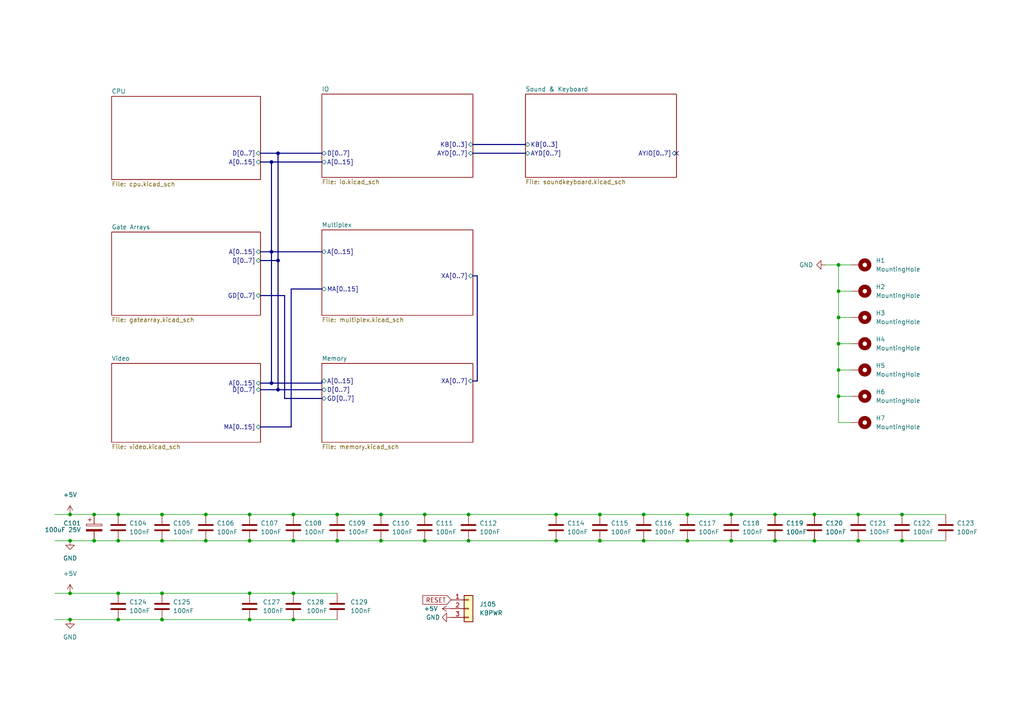
<source format=kicad_sch>
(kicad_sch (version 20211123) (generator eeschema)
  (paper "A4")
  (lib_symbols
    (symbol "Connector_Generic:Conn_01x03" (pin_names (offset 1.016) hide)
      (property "Reference" "J" (at 0 5.08 0))
      (property "Value" "Conn_01x03" (at 0 -5.08 0))
      (symbol "Conn_01x03_1_1"
        (rectangle (start -1.27 -2.413) (end 0 -2.667) (stroke (width 0.1524)))
        (rectangle (start -1.27 0.127) (end 0 -0.127) (stroke (width 0.1524)))
        (rectangle (start -1.27 2.667) (end 0 2.413) (stroke (width 0.1524)))
        (rectangle (start -1.27 3.81) (end 1.27 -3.81) (stroke (width 0.254)) (fill (type background)))
        (pin passive line (at -5.08 2.54 0) (length 3.81) (name "Pin_1") (number "1"))
        (pin passive line (at -5.08 0 0) (length 3.81) (name "Pin_2") (number "2"))
        (pin passive line (at -5.08 -2.54 0) (length 3.81) (name "Pin_3") (number "3"))
      )
    )
    (symbol "Device:C" (pin_numbers hide) (pin_names (offset 0.254))
      (property "Reference" "C" (at 0.635 2.54 0))
      (property "Value" "C" (at 0.635 -2.54 0))
      (symbol "C_0_1"
        (polyline (pts (xy -2.032 -0.762) (xy 2.032 -0.762)) (stroke (width 0.508)))
        (polyline (pts (xy -2.032 0.762) (xy 2.032 0.762)) (stroke (width 0.508)))
      )
      (symbol "C_1_1"
        (pin passive line (at 0 3.81 270) (length 2.794) (name "~") (number "1"))
        (pin passive line (at 0 -3.81 90) (length 2.794) (name "~") (number "2"))
      )
    )
    (symbol "Device:C_Polarized" (pin_numbers hide) (pin_names (offset 0.254))
      (property "Reference" "C" (at 0.635 2.54 0))
      (property "Value" "C_Polarized" (at 0.635 -2.54 0))
      (symbol "C_Polarized_0_1"
        (rectangle (start -2.286 0.508) (end 2.286 1.016))
        (polyline (pts (xy -1.778 2.286) (xy -0.762 2.286)))
        (polyline (pts (xy -1.27 2.794) (xy -1.27 1.778)))
        (rectangle (start 2.286 -0.508) (end -2.286 -1.016) (fill (type outline)))
      )
      (symbol "C_Polarized_1_1"
        (pin passive line (at 0 3.81 270) (length 2.794) (name "~") (number "1"))
        (pin passive line (at 0 -3.81 90) (length 2.794) (name "~") (number "2"))
      )
    )
    (symbol "Mechanical:MountingHole_Pad" (pin_numbers hide) (pin_names (offset 1.016) hide)
      (property "Reference" "H" (at 0 6.35 0))
      (property "Value" "MountingHole_Pad" (at 0 4.445 0))
      (symbol "MountingHole_Pad_0_1"
        (circle (center 0 1.27) (radius 1.27) (stroke (width 1.27)))
      )
      (symbol "MountingHole_Pad_1_1"
        (pin input line (at 0 -2.54 90) (length 2.54) (name "1") (number "1"))
      )
    )
    (symbol "power:+5V" (power) (pin_names (offset 0))
      (property "Value" "+5V" (at 0 3.556 0))
      (symbol "+5V_0_1"
        (polyline (pts (xy -0.762 1.27) (xy 0 2.54)))
        (polyline (pts (xy 0 0) (xy 0 2.54)))
        (polyline (pts (xy 0 2.54) (xy 0.762 1.27)))
      )
      (symbol "+5V_1_1"
        (pin power_in line (at 0 0 90) (length 0) hide (name "+5V") (number "1"))
      )
    )
    (symbol "power:GND" (power) (pin_names (offset 0))
      (property "Value" "GND" (at 0 -3.81 0))
      (symbol "GND_0_1"
        (polyline (pts (xy 0 0) (xy 0 -1.27) (xy 1.27 -1.27) (xy 0 -2.54) (xy -1.27 -1.27) (xy 0 -1.27)))
      )
      (symbol "GND_1_1"
        (pin power_in line (at 0 0 270) (length 0) hide (name "GND") (number "1"))
      )
    )
  )
  (junction (at 243.205 114.935))
  (junction (at 236.22 149.225))
  (junction (at 135.89 149.225))
  (junction (at 212.09 156.845))
  (junction (at 34.29 149.225))
  (junction (at 72.39 156.845))
  (junction (at 236.22 156.845))
  (junction (at 186.69 156.845))
  (junction (at 224.79 156.845))
  (junction (at 20.32 156.845))
  (junction (at 27.305 156.845))
  (junction (at 199.39 156.845))
  (junction (at 46.99 179.705))
  (junction (at 85.09 149.225))
  (junction (at 20.32 179.705))
  (junction (at 123.19 156.845))
  (junction (at 173.99 156.845))
  (junction (at 243.205 107.315))
  (junction (at 224.79 149.225))
  (junction (at 34.29 179.705))
  (junction (at 261.62 156.845))
  (junction (at 110.49 149.225))
  (junction (at 135.89 156.845))
  (junction (at 80.645 113.03))
  (junction (at 85.09 156.845))
  (junction (at 46.99 172.085))
  (junction (at 72.39 149.225))
  (junction (at 243.205 76.835))
  (junction (at 85.09 179.705))
  (junction (at 248.92 149.225))
  (junction (at 243.205 99.695))
  (junction (at 161.29 149.225))
  (junction (at 34.29 156.845))
  (junction (at 80.645 75.565))
  (junction (at 161.29 156.845))
  (junction (at 212.09 149.225))
  (junction (at 72.39 172.085))
  (junction (at 27.305 149.225))
  (junction (at 34.29 172.085))
  (junction (at 59.69 149.225))
  (junction (at 46.99 156.845))
  (junction (at 243.205 84.455))
  (junction (at 72.39 179.705))
  (junction (at 110.49 156.845))
  (junction (at 20.32 172.085))
  (junction (at 59.69 156.845))
  (junction (at 97.79 149.225))
  (junction (at 261.62 149.225))
  (junction (at 173.99 149.225))
  (junction (at 20.32 149.225))
  (junction (at 199.39 149.225))
  (junction (at 186.69 149.225))
  (junction (at 46.99 149.225))
  (junction (at 123.19 149.225))
  (junction (at 78.74 111.125))
  (junction (at 78.74 46.99))
  (junction (at 97.79 156.845))
  (junction (at 85.09 172.085))
  (junction (at 80.645 44.45))
  (junction (at 243.205 92.075))
  (junction (at 78.74 73.025))
  (junction (at 248.92 156.845))
  (no_connect (at 196.215 44.45))
  (bus (pts (xy 80.645 113.03) (xy 93.345 113.03)))
  (wire (pts (xy 123.19 156.845) (xy 135.89 156.845)))
  (bus (pts (xy 137.16 41.91) (xy 152.4 41.91)))
  (bus (pts (xy 75.565 73.025) (xy 78.74 73.025)))
  (wire (pts (xy 34.29 156.845) (xy 46.99 156.845)))
  (wire (pts (xy 72.39 156.845) (xy 85.09 156.845)))
  (bus (pts (xy 137.16 80.01) (xy 138.43 80.01)))
  (bus (pts (xy 78.74 73.025) (xy 93.345 73.025)))
  (wire (pts (xy 239.395 76.835) (xy 243.205 76.835)))
  (wire (pts (xy 243.205 92.075) (xy 247.015 92.075)))
  (bus (pts (xy 75.565 75.565) (xy 80.645 75.565)))
  (wire (pts (xy 34.29 149.225) (xy 46.99 149.225)))
  (wire (pts (xy 243.205 92.075) (xy 243.205 99.695)))
  (bus (pts (xy 78.74 111.125) (xy 93.345 111.125)))
  (wire (pts (xy 135.89 156.845) (xy 161.29 156.845)))
  (bus (pts (xy 75.565 123.825) (xy 84.455 123.825)))
  (wire (pts (xy 186.69 156.845) (xy 199.39 156.845)))
  (bus (pts (xy 138.43 110.49) (xy 137.16 110.49)))
  (wire (pts (xy 243.205 107.315) (xy 243.205 114.935)))
  (bus (pts (xy 84.455 83.82) (xy 84.455 123.825)))
  (wire (pts (xy 15.875 179.705) (xy 20.32 179.705)))
  (bus (pts (xy 93.345 115.57) (xy 82.55 115.57)))
  (wire (pts (xy 243.205 76.835) (xy 247.015 76.835)))
  (wire (pts (xy 243.205 99.695) (xy 243.205 107.315)))
  (wire (pts (xy 15.875 172.085) (xy 20.32 172.085)))
  (wire (pts (xy 85.09 156.845) (xy 97.79 156.845)))
  (wire (pts (xy 110.49 149.225) (xy 123.19 149.225)))
  (wire (pts (xy 20.32 149.225) (xy 27.305 149.225)))
  (wire (pts (xy 236.22 156.845) (xy 248.92 156.845)))
  (wire (pts (xy 46.99 179.705) (xy 72.39 179.705)))
  (wire (pts (xy 34.29 179.705) (xy 46.99 179.705)))
  (wire (pts (xy 15.875 156.845) (xy 20.32 156.845)))
  (wire (pts (xy 135.89 149.225) (xy 161.29 149.225)))
  (bus (pts (xy 78.74 46.99) (xy 78.74 73.025)))
  (wire (pts (xy 20.32 156.845) (xy 27.305 156.845)))
  (wire (pts (xy 161.29 149.225) (xy 173.99 149.225)))
  (bus (pts (xy 138.43 80.01) (xy 138.43 110.49)))
  (wire (pts (xy 261.62 149.225) (xy 274.32 149.225)))
  (wire (pts (xy 236.22 149.225) (xy 248.92 149.225)))
  (bus (pts (xy 80.645 75.565) (xy 80.645 113.03)))
  (wire (pts (xy 27.305 156.845) (xy 34.29 156.845)))
  (wire (pts (xy 46.99 149.225) (xy 59.69 149.225)))
  (wire (pts (xy 85.09 149.225) (xy 97.79 149.225)))
  (wire (pts (xy 243.205 114.935) (xy 247.015 114.935)))
  (bus (pts (xy 75.565 113.03) (xy 80.645 113.03)))
  (wire (pts (xy 261.62 156.845) (xy 274.32 156.845)))
  (wire (pts (xy 199.39 149.225) (xy 212.09 149.225)))
  (wire (pts (xy 97.79 149.225) (xy 110.49 149.225)))
  (bus (pts (xy 82.55 115.57) (xy 82.55 85.725)))
  (wire (pts (xy 186.69 149.225) (xy 199.39 149.225)))
  (wire (pts (xy 173.99 156.845) (xy 186.69 156.845)))
  (bus (pts (xy 78.74 111.125) (xy 75.565 111.125)))
  (wire (pts (xy 173.99 149.225) (xy 186.69 149.225)))
  (wire (pts (xy 248.92 149.225) (xy 261.62 149.225)))
  (bus (pts (xy 80.645 75.565) (xy 80.645 44.45)))
  (wire (pts (xy 27.305 149.225) (xy 34.29 149.225)))
  (wire (pts (xy 212.09 149.225) (xy 224.79 149.225)))
  (wire (pts (xy 85.09 172.085) (xy 97.79 172.085)))
  (bus (pts (xy 93.345 111.125) (xy 93.345 110.49)))
  (wire (pts (xy 123.19 149.225) (xy 135.89 149.225)))
  (bus (pts (xy 93.345 83.82) (xy 84.455 83.82)))
  (wire (pts (xy 46.99 172.085) (xy 72.39 172.085)))
  (wire (pts (xy 20.32 179.705) (xy 34.29 179.705)))
  (wire (pts (xy 243.205 84.455) (xy 247.015 84.455)))
  (bus (pts (xy 80.645 44.45) (xy 93.345 44.45)))
  (wire (pts (xy 72.39 179.705) (xy 85.09 179.705)))
  (bus (pts (xy 78.74 73.025) (xy 78.74 111.125)))
  (wire (pts (xy 248.92 156.845) (xy 261.62 156.845)))
  (wire (pts (xy 199.39 156.845) (xy 212.09 156.845)))
  (wire (pts (xy 72.39 149.225) (xy 85.09 149.225)))
  (wire (pts (xy 212.09 156.845) (xy 224.79 156.845)))
  (bus (pts (xy 137.16 44.45) (xy 152.4 44.45)))
  (wire (pts (xy 110.49 156.845) (xy 123.19 156.845)))
  (wire (pts (xy 161.29 156.845) (xy 173.99 156.845)))
  (wire (pts (xy 243.205 122.555) (xy 247.015 122.555)))
  (wire (pts (xy 97.79 156.845) (xy 110.49 156.845)))
  (wire (pts (xy 85.09 179.705) (xy 97.79 179.705)))
  (wire (pts (xy 243.205 107.315) (xy 247.015 107.315)))
  (wire (pts (xy 224.79 156.845) (xy 236.22 156.845)))
  (wire (pts (xy 20.32 172.085) (xy 34.29 172.085)))
  (wire (pts (xy 243.205 114.935) (xy 243.205 122.555)))
  (bus (pts (xy 75.565 85.725) (xy 82.55 85.725)))
  (wire (pts (xy 15.875 149.225) (xy 20.32 149.225)))
  (wire (pts (xy 243.205 76.835) (xy 243.205 84.455)))
  (bus (pts (xy 75.565 44.45) (xy 80.645 44.45)))
  (wire (pts (xy 34.29 172.085) (xy 46.99 172.085)))
  (bus (pts (xy 75.565 46.99) (xy 78.74 46.99)))
  (bus (pts (xy 78.74 46.99) (xy 93.345 46.99)))
  (wire (pts (xy 72.39 172.085) (xy 85.09 172.085)))
  (wire (pts (xy 59.69 149.225) (xy 72.39 149.225)))
  (wire (pts (xy 243.205 84.455) (xy 243.205 92.075)))
  (wire (pts (xy 46.99 156.845) (xy 59.69 156.845)))
  (wire (pts (xy 59.69 156.845) (xy 72.39 156.845)))
  (wire (pts (xy 224.79 149.225) (xy 236.22 149.225)))
  (wire (pts (xy 243.205 99.695) (xy 247.015 99.695)))
  (global_label "RESET" (shape input) (at 130.81 173.99 180) (property "Intersheet References" "${INTERSHEET_REFS}" (effects hide)))
  (symbol (lib_id "power:GND") (at 239.395 76.835 270) (unit 1)
    (property "Reference" "#PWR0140" (effects hide))
    (property "Value" "GND" (at 231.775 76.835 90) (effects (justify left)))
  )
  (symbol (lib_id "Device:C") (at 173.99 153.035 0) (unit 1)
    (property "Reference" "C115" (at 177.165 151.7649 0) (effects (justify left)))
    (property "Value" "100nF" (at 177.165 154.3049 0) (effects (justify left)))
    (property "Footprint" "Capacitor_SMD:C_0805_2012Metric" (effects hide))
    (property "LCSC" "C49678" (effects hide))
  )
  (symbol (lib_id "power:+5V") (at 20.32 149.225 0) (unit 1)
    (property "Reference" "#PWR0119" (effects hide))
    (property "Value" "+5V" (at 20.32 143.51 0))
  )
  (symbol (lib_id "Device:C") (at 46.99 175.895 0) (unit 1)
    (property "Reference" "C125" (at 50.165 174.6249 0) (effects (justify left)))
    (property "Value" "100nF" (at 50.165 177.1649 0) (effects (justify left)))
    (property "Footprint" "Capacitor_SMD:C_0805_2012Metric" (effects hide))
    (property "LCSC" "C49678" (effects hide))
  )
  (symbol (lib_id "Device:C") (at 110.49 153.035 0) (unit 1)
    (property "Reference" "C110" (at 113.665 151.7649 0) (effects (justify left)))
    (property "Value" "100nF" (at 113.665 154.3049 0) (effects (justify left)))
    (property "Footprint" "Capacitor_SMD:C_0805_2012Metric" (effects hide))
    (property "LCSC" "C49678" (effects hide))
  )
  (symbol (lib_id "Mechanical:MountingHole_Pad") (at 249.555 122.555 270) (unit 1)
    (property "Reference" "H7" (at 254 121.2849 90) (effects (justify left)))
    (property "Value" "MountingHole" (at 254 123.8249 90) (effects (justify left)))
    (property "Footprint" "MountingHole:MountingHole_2.7mm_M2.5_ISO14580_Pad" (effects hide))
  )
  (symbol (lib_id "power:GND") (at 130.81 179.07 270) (mirror x) (unit 1)
    (property "Reference" "#PWR0124" (effects hide))
    (property "Value" "GND" (at 127.635 179.0699 90) (effects (justify right)))
  )
  (symbol (lib_id "Device:C") (at 236.22 153.035 0) (unit 1)
    (property "Reference" "C120" (at 239.395 151.7649 0) (effects (justify left)))
    (property "Value" "100nF" (at 239.395 154.3049 0) (effects (justify left)))
    (property "Footprint" "Capacitor_SMD:C_0805_2012Metric" (effects hide))
    (property "LCSC" "C49678" (effects hide))
  )
  (symbol (lib_id "Device:C") (at 161.29 153.035 0) (unit 1)
    (property "Reference" "C114" (at 164.465 151.7649 0) (effects (justify left)))
    (property "Value" "100nF" (at 164.465 154.3049 0) (effects (justify left)))
    (property "Footprint" "Capacitor_SMD:C_0805_2012Metric" (effects hide))
    (property "LCSC" "C49678" (effects hide))
  )
  (symbol (lib_id "Device:C") (at 72.39 175.895 0) (unit 1)
    (property "Reference" "C127" (at 76.2 174.6249 0) (effects (justify left)))
    (property "Value" "100nF" (at 76.2 177.1649 0) (effects (justify left)))
    (property "Footprint" "Capacitor_SMD:C_0805_2012Metric" (effects hide))
    (property "LCSC" "C49678" (effects hide))
  )
  (symbol (lib_id "power:+5V") (at 20.32 172.085 0) (unit 1)
    (property "Reference" "#PWR0117" (effects hide))
    (property "Value" "+5V" (at 20.32 166.37 0))
  )
  (symbol (lib_id "Device:C") (at 212.09 153.035 0) (unit 1)
    (property "Reference" "C118" (at 215.265 151.7649 0) (effects (justify left)))
    (property "Value" "100nF" (at 215.265 154.3049 0) (effects (justify left)))
    (property "Footprint" "Capacitor_SMD:C_0805_2012Metric" (effects hide))
    (property "LCSC" "C49678" (effects hide))
  )
  (symbol (lib_id "Mechanical:MountingHole_Pad") (at 249.555 92.075 270) (unit 1)
    (property "Reference" "H3" (at 254 90.8049 90) (effects (justify left)))
    (property "Value" "MountingHole" (at 254 93.3449 90) (effects (justify left)))
    (property "Footprint" "MountingHole:MountingHole_2.7mm_M2.5_ISO14580_Pad" (effects hide))
  )
  (symbol (lib_id "Mechanical:MountingHole_Pad") (at 249.555 84.455 270) (unit 1)
    (property "Reference" "H2" (at 254 83.1849 90) (effects (justify left)))
    (property "Value" "MountingHole" (at 254 85.7249 90) (effects (justify left)))
    (property "Footprint" "MountingHole:MountingHole_2.7mm_M2.5_ISO14580_Pad" (effects hide))
  )
  (symbol (lib_id "Device:C") (at 224.79 153.035 0) (unit 1)
    (property "Reference" "C119" (at 227.965 151.7649 0) (effects (justify left)))
    (property "Value" "100nF" (at 227.965 154.3049 0) (effects (justify left)))
    (property "Footprint" "Capacitor_SMD:C_0805_2012Metric" (effects hide))
    (property "LCSC" "C49678" (effects hide))
  )
  (symbol (lib_id "Device:C") (at 97.79 153.035 0) (unit 1)
    (property "Reference" "C109" (at 100.965 151.7649 0) (effects (justify left)))
    (property "Value" "100nF" (at 100.965 154.3049 0) (effects (justify left)))
    (property "Footprint" "Capacitor_SMD:C_0805_2012Metric" (effects hide))
    (property "LCSC" "C49678" (effects hide))
  )
  (symbol (lib_id "Connector_Generic:Conn_01x03") (at 135.89 176.53 0) (unit 1)
    (property "Reference" "J105" (at 139.065 175.2599 0) (effects (justify left)))
    (property "Value" "KBPWR" (at 139.065 177.7999 0) (effects (justify left)))
    (property "Footprint" "Connector_PinHeader_2.54mm:PinHeader_1x03_P2.54mm_Vertical" (effects hide))
  )
  (symbol (lib_id "power:GND") (at 20.32 156.845 0) (unit 1)
    (property "Reference" "#PWR0116" (effects hide))
    (property "Value" "GND" (at 20.32 161.925 0))
  )
  (symbol (lib_id "Device:C_Polarized") (at 27.305 153.035 0) (unit 1)
    (property "Reference" "C101" (at 23.495 151.765 0) (effects (justify right)))
    (property "Value" "100uF 25V" (at 23.495 153.67 0) (effects (justify right)))
    (property "Footprint" "Capacitor_THT:CP_Radial_D5.0mm_P2.50mm" (effects hide))
  )
  (symbol (lib_id "Mechanical:MountingHole_Pad") (at 249.555 76.835 270) (unit 1)
    (property "Reference" "H1" (at 254 75.5649 90) (effects (justify left)))
    (property "Value" "MountingHole" (at 254 78.1049 90) (effects (justify left)))
    (property "Footprint" "MountingHole:MountingHole_2.7mm_M2.5_ISO14580_Pad" (effects hide))
  )
  (symbol (lib_id "Device:C") (at 199.39 153.035 0) (unit 1)
    (property "Reference" "C117" (at 202.565 151.7649 0) (effects (justify left)))
    (property "Value" "100nF" (at 202.565 154.3049 0) (effects (justify left)))
    (property "Footprint" "Capacitor_SMD:C_0805_2012Metric" (effects hide))
    (property "LCSC" "C49678" (effects hide))
  )
  (symbol (lib_id "Device:C") (at 123.19 153.035 0) (unit 1)
    (property "Reference" "C111" (at 126.365 151.7649 0) (effects (justify left)))
    (property "Value" "100nF" (at 126.365 154.3049 0) (effects (justify left)))
    (property "Footprint" "Capacitor_SMD:C_0805_2012Metric" (effects hide))
    (property "LCSC" "C49678" (effects hide))
  )
  (symbol (lib_id "Device:C") (at 135.89 153.035 0) (unit 1)
    (property "Reference" "C112" (at 139.065 151.7649 0) (effects (justify left)))
    (property "Value" "100nF" (at 139.065 154.3049 0) (effects (justify left)))
    (property "Footprint" "Capacitor_SMD:C_0805_2012Metric" (effects hide))
    (property "LCSC" "C49678" (effects hide))
  )
  (symbol (lib_id "Mechanical:MountingHole_Pad") (at 249.555 107.315 270) (unit 1)
    (property "Reference" "H5" (at 254 106.0449 90) (effects (justify left)))
    (property "Value" "MountingHole" (at 254 108.5849 90) (effects (justify left)))
    (property "Footprint" "MountingHole:MountingHole_2.7mm_M2.5_ISO14580_Pad" (effects hide))
  )
  (symbol (lib_id "Mechanical:MountingHole_Pad") (at 249.555 99.695 270) (unit 1)
    (property "Reference" "H4" (at 254 98.4249 90) (effects (justify left)))
    (property "Value" "MountingHole" (at 254 100.9649 90) (effects (justify left)))
    (property "Footprint" "MountingHole:MountingHole_2.7mm_M2.5_ISO14580_Pad" (effects hide))
  )
  (symbol (lib_id "Device:C") (at 248.92 153.035 0) (unit 1)
    (property "Reference" "C121" (at 252.095 151.7649 0) (effects (justify left)))
    (property "Value" "100nF" (at 252.095 154.3049 0) (effects (justify left)))
    (property "Footprint" "Capacitor_SMD:C_0805_2012Metric" (effects hide))
    (property "LCSC" "C49678" (effects hide))
  )
  (symbol (lib_id "Device:C") (at 186.69 153.035 0) (unit 1)
    (property "Reference" "C116" (at 189.865 151.7649 0) (effects (justify left)))
    (property "Value" "100nF" (at 189.865 154.3049 0) (effects (justify left)))
    (property "Footprint" "Capacitor_SMD:C_0805_2012Metric" (effects hide))
    (property "LCSC" "C49678" (effects hide))
  )
  (symbol (lib_id "Device:C") (at 34.29 153.035 0) (unit 1)
    (property "Reference" "C104" (at 37.465 151.7649 0) (effects (justify left)))
    (property "Value" "100nF" (at 37.465 154.3049 0) (effects (justify left)))
    (property "Footprint" "Capacitor_SMD:C_0805_2012Metric" (effects hide))
    (property "LCSC" "C49678" (effects hide))
  )
  (symbol (lib_id "Device:C") (at 261.62 153.035 0) (unit 1)
    (property "Reference" "C122" (at 264.795 151.7649 0) (effects (justify left)))
    (property "Value" "100nF" (at 264.795 154.3049 0) (effects (justify left)))
    (property "Footprint" "Capacitor_SMD:C_0805_2012Metric" (effects hide))
    (property "LCSC" "C49678" (effects hide))
  )
  (symbol (lib_id "Device:C") (at 85.09 175.895 0) (unit 1)
    (property "Reference" "C128" (at 88.9 174.6249 0) (effects (justify left)))
    (property "Value" "100nF" (at 88.9 177.1649 0) (effects (justify left)))
    (property "Footprint" "Capacitor_SMD:C_0805_2012Metric" (effects hide))
    (property "LCSC" "C49678" (effects hide))
  )
  (symbol (lib_id "power:+5V") (at 130.81 176.53 90) (mirror x) (unit 1)
    (property "Reference" "#PWR0126" (effects hide))
    (property "Value" "+5V" (at 127 176.5299 90) (effects (justify left)))
  )
  (symbol (lib_id "power:GND") (at 20.32 179.705 0) (unit 1)
    (property "Reference" "#PWR0118" (effects hide))
    (property "Value" "GND" (at 20.32 184.785 0))
  )
  (symbol (lib_id "Device:C") (at 85.09 153.035 0) (unit 1)
    (property "Reference" "C108" (at 88.265 151.7649 0) (effects (justify left)))
    (property "Value" "100nF" (at 88.265 154.3049 0) (effects (justify left)))
    (property "Footprint" "Capacitor_SMD:C_0805_2012Metric" (effects hide))
    (property "LCSC" "C49678" (effects hide))
  )
  (symbol (lib_id "Device:C") (at 274.32 153.035 0) (unit 1)
    (property "Reference" "C123" (at 277.495 151.7649 0) (effects (justify left)))
    (property "Value" "100nF" (at 277.495 154.3049 0) (effects (justify left)))
    (property "Footprint" "Capacitor_SMD:C_0805_2012Metric" (effects hide))
    (property "LCSC" "C49678" (effects hide))
  )
  (symbol (lib_id "Mechanical:MountingHole_Pad") (at 249.555 114.935 270) (unit 1)
    (property "Reference" "H6" (at 254 113.6649 90) (effects (justify left)))
    (property "Value" "MountingHole" (at 254 116.2049 90) (effects (justify left)))
    (property "Footprint" "MountingHole:MountingHole_2.7mm_M2.5_ISO14580_Pad" (effects hide))
  )
  (symbol (lib_id "Device:C") (at 97.79 175.895 0) (unit 1)
    (property "Reference" "C129" (at 101.6 174.6249 0) (effects (justify left)))
    (property "Value" "100nF" (at 101.6 177.1649 0) (effects (justify left)))
    (property "Footprint" "Capacitor_SMD:C_0805_2012Metric" (effects hide))
    (property "LCSC" "C49678" (effects hide))
  )
  (symbol (lib_id "Device:C") (at 72.39 153.035 0) (unit 1)
    (property "Reference" "C107" (at 75.565 151.7649 0) (effects (justify left)))
    (property "Value" "100nF" (at 75.565 154.3049 0) (effects (justify left)))
    (property "Footprint" "Capacitor_SMD:C_0805_2012Metric" (effects hide))
    (property "LCSC" "C49678" (effects hide))
  )
  (symbol (lib_id "Device:C") (at 46.99 153.035 0) (unit 1)
    (property "Reference" "C105" (at 50.165 151.7649 0) (effects (justify left)))
    (property "Value" "100nF" (at 50.165 154.3049 0) (effects (justify left)))
    (property "Footprint" "Capacitor_SMD:C_0805_2012Metric" (effects hide))
    (property "LCSC" "C49678" (effects hide))
  )
  (symbol (lib_id "Device:C") (at 59.69 153.035 0) (unit 1)
    (property "Reference" "C106" (at 62.865 151.7649 0) (effects (justify left)))
    (property "Value" "100nF" (at 62.865 154.3049 0) (effects (justify left)))
    (property "Footprint" "Capacitor_SMD:C_0805_2012Metric" (effects hide))
    (property "LCSC" "C49678" (effects hide))
  )
  (symbol (lib_id "Device:C") (at 34.29 175.895 0) (unit 1)
    (property "Reference" "C124" (at 37.465 174.6249 0) (effects (justify left)))
    (property "Value" "100nF" (at 37.465 177.1649 0) (effects (justify left)))
    (property "Footprint" "Capacitor_SMD:C_0805_2012Metric" (effects hide))
    (property "LCSC" "C49678" (effects hide))
  )
  (sheet (at 93.345 27.305) (size 43.815 24.13) (stroke (width 0.1524))
    (property "Sheet name" "IO" (at 93.345 26.5934 0) (effects (justify left bottom)))
    (property "Sheet file" "io.kicad_sch" (at 93.345 52.0196 0) (effects (justify left top)))
    (pin "A[0..15]" bidirectional (at 93.345 46.99 180))
    (pin "D[0..7]" bidirectional (at 93.345 44.45 180))
    (pin "AYD[0..7]" bidirectional (at 137.16 44.45 0))
    (pin "KB[0..3]" bidirectional (at 137.16 41.91 0))
  )
  (sheet (at 32.385 105.41) (size 43.18 22.86) (stroke (width 0.1524))
    (property "Sheet name" "Video" (at 32.385 104.6984 0) (effects (justify left bottom)))
    (property "Sheet file" "video.kicad_sch" (at 32.385 128.8546 0) (effects (justify left top)))
    (pin "MA[0..15]" bidirectional (at 75.565 123.825 0))
    (pin "A[0..15]" bidirectional (at 75.565 111.125 0))
    (pin "D[0..7]" bidirectional (at 75.565 113.03 0))
  )
  (sheet (at 32.385 67.31) (size 43.18 24.13) (stroke (width 0.1524))
    (property "Sheet name" "Gate Arrays" (at 32.385 66.5984 0) (effects (justify left bottom)))
    (property "Sheet file" "gatearray.kicad_sch" (at 32.385 92.0246 0) (effects (justify left top)))
    (pin "A[0..15]" bidirectional (at 75.565 73.025 0))
    (pin "GD[0..7]" bidirectional (at 75.565 85.725 0))
    (pin "D[0..7]" bidirectional (at 75.565 75.565 0))
  )
  (sheet (at 32.385 27.94) (size 43.18 24.13) (stroke (width 0.1524))
    (property "Sheet name" "CPU" (at 32.385 27.2284 0) (effects (justify left bottom)))
    (property "Sheet file" "cpu.kicad_sch" (at 32.385 52.6546 0) (effects (justify left top)))
    (pin "D[0..7]" bidirectional (at 75.565 44.45 0))
    (pin "A[0..15]" bidirectional (at 75.565 46.99 0))
  )
  (sheet (at 152.4 27.305) (size 43.815 24.13) (stroke (width 0.1524))
    (property "Sheet name" "Sound & Keyboard" (at 152.4 26.5934 0) (effects (justify left bottom)))
    (property "Sheet file" "soundkeyboard.kicad_sch" (at 152.4 52.0196 0) (effects (justify left top)))
    (pin "AYD[0..7]" bidirectional (at 152.4 44.45 180))
    (pin "KB[0..3]" bidirectional (at 152.4 41.91 180))
    (pin "AYIO[0..7]" bidirectional (at 196.215 44.45 0))
  )
  (sheet (at 93.345 105.41) (size 43.815 22.86) (stroke (width 0.1524))
    (property "Sheet name" "Memory" (at 93.345 104.6984 0) (effects (justify left bottom)))
    (property "Sheet file" "memory.kicad_sch" (at 93.345 128.8546 0) (effects (justify left top)))
    (pin "GD[0..7]" bidirectional (at 93.345 115.57 180))
    (pin "D[0..7]" bidirectional (at 93.345 113.03 180))
    (pin "A[0..15]" bidirectional (at 93.345 110.49 180))
    (pin "XA[0..7]" bidirectional (at 137.16 110.49 0))
  )
  (sheet (at 93.345 66.675) (size 43.815 24.765) (stroke (width 0.1524))
    (property "Sheet name" "Multiplex" (at 93.345 65.9634 0) (effects (justify left bottom)))
    (property "Sheet file" "multiplex.kicad_sch" (at 93.345 92.0246 0) (effects (justify left top)))
    (pin "A[0..15]" bidirectional (at 93.345 73.025 180))
    (pin "XA[0..7]" bidirectional (at 137.16 80.01 0))
    (pin "MA[0..15]" bidirectional (at 93.345 83.82 180))
  )
)
</source>
